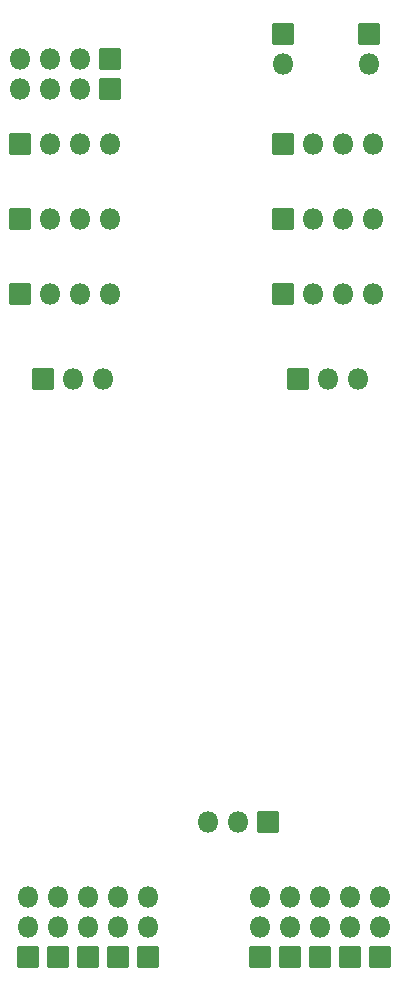
<source format=gbr>
%TF.GenerationSoftware,KiCad,Pcbnew,7.0.10*%
%TF.CreationDate,2024-02-19T04:42:38+05:30*%
%TF.ProjectId,breakout,62726561-6b6f-4757-942e-6b696361645f,rev?*%
%TF.SameCoordinates,Original*%
%TF.FileFunction,Soldermask,Bot*%
%TF.FilePolarity,Negative*%
%FSLAX46Y46*%
G04 Gerber Fmt 4.6, Leading zero omitted, Abs format (unit mm)*
G04 Created by KiCad (PCBNEW 7.0.10) date 2024-02-19 04:42:38*
%MOMM*%
%LPD*%
G01*
G04 APERTURE LIST*
G04 Aperture macros list*
%AMRoundRect*
0 Rectangle with rounded corners*
0 $1 Rounding radius*
0 $2 $3 $4 $5 $6 $7 $8 $9 X,Y pos of 4 corners*
0 Add a 4 corners polygon primitive as box body*
4,1,4,$2,$3,$4,$5,$6,$7,$8,$9,$2,$3,0*
0 Add four circle primitives for the rounded corners*
1,1,$1+$1,$2,$3*
1,1,$1+$1,$4,$5*
1,1,$1+$1,$6,$7*
1,1,$1+$1,$8,$9*
0 Add four rect primitives between the rounded corners*
20,1,$1+$1,$2,$3,$4,$5,0*
20,1,$1+$1,$4,$5,$6,$7,0*
20,1,$1+$1,$6,$7,$8,$9,0*
20,1,$1+$1,$8,$9,$2,$3,0*%
G04 Aperture macros list end*
%ADD10RoundRect,0.050000X0.850000X-0.850000X0.850000X0.850000X-0.850000X0.850000X-0.850000X-0.850000X0*%
%ADD11O,1.800000X1.800000*%
%ADD12RoundRect,0.050000X-0.850000X0.850000X-0.850000X-0.850000X0.850000X-0.850000X0.850000X0.850000X0*%
%ADD13RoundRect,0.050000X0.850000X0.850000X-0.850000X0.850000X-0.850000X-0.850000X0.850000X-0.850000X0*%
G04 APERTURE END LIST*
D10*
%TO.C,J17*%
X153310000Y-60325000D03*
D11*
X153310000Y-62865000D03*
%TD*%
D10*
%TO.C,J18*%
X146050000Y-60325000D03*
D11*
X146050000Y-62865000D03*
%TD*%
D12*
%TO.C,J27*%
X131435000Y-64933333D03*
D11*
X128895000Y-64933333D03*
X126355000Y-64933333D03*
X123815000Y-64933333D03*
%TD*%
D12*
%TO.C,J26*%
X131435000Y-62393333D03*
D11*
X128895000Y-62393333D03*
X126355000Y-62393333D03*
X123815000Y-62393333D03*
%TD*%
D10*
%TO.C,J32*%
X146050000Y-69600000D03*
D11*
X148590000Y-69600000D03*
X151130000Y-69600000D03*
X153670000Y-69600000D03*
%TD*%
%TO.C,J20*%
X152415000Y-89535000D03*
X149875000Y-89535000D03*
D10*
X147335000Y-89535000D03*
%TD*%
D11*
%TO.C,J8*%
X134620000Y-133350000D03*
X134620000Y-135890000D03*
D13*
X134620000Y-138430000D03*
%TD*%
D11*
%TO.C,J5*%
X127000000Y-133350000D03*
X127000000Y-135890000D03*
D13*
X127000000Y-138430000D03*
%TD*%
D11*
%TO.C,J10*%
X146685000Y-133350000D03*
X146685000Y-135890000D03*
D13*
X146685000Y-138430000D03*
%TD*%
D11*
%TO.C,J4*%
X124460000Y-133350000D03*
X124460000Y-135890000D03*
D13*
X124460000Y-138430000D03*
%TD*%
D11*
%TO.C,J7*%
X132080000Y-133350000D03*
X132080000Y-135890000D03*
D13*
X132080000Y-138430000D03*
%TD*%
D11*
%TO.C,J31*%
X153670000Y-75950000D03*
X151130000Y-75950000D03*
X148590000Y-75950000D03*
D10*
X146050000Y-75950000D03*
%TD*%
D11*
%TO.C,J14*%
X139685000Y-127000000D03*
X142225000Y-127000000D03*
D12*
X144765000Y-127000000D03*
%TD*%
D11*
%TO.C,J24*%
X131455000Y-75950000D03*
X128915000Y-75950000D03*
X126375000Y-75950000D03*
D10*
X123835000Y-75950000D03*
%TD*%
D11*
%TO.C,J11*%
X149225000Y-133350000D03*
X149225000Y-135890000D03*
D13*
X149225000Y-138430000D03*
%TD*%
D11*
%TO.C,J25*%
X131445000Y-69600000D03*
X128905000Y-69600000D03*
X126365000Y-69600000D03*
D10*
X123825000Y-69600000D03*
%TD*%
D11*
%TO.C,J13*%
X154305000Y-133350000D03*
X154305000Y-135890000D03*
D13*
X154305000Y-138430000D03*
%TD*%
D11*
%TO.C,J9*%
X144145000Y-133350000D03*
X144145000Y-135890000D03*
D13*
X144145000Y-138430000D03*
%TD*%
D11*
%TO.C,J12*%
X151765000Y-133350000D03*
X151765000Y-135890000D03*
D13*
X151765000Y-138430000D03*
%TD*%
D11*
%TO.C,J23*%
X131445000Y-82300000D03*
X128905000Y-82300000D03*
X126365000Y-82300000D03*
D10*
X123825000Y-82300000D03*
%TD*%
D11*
%TO.C,J30*%
X153670000Y-82300000D03*
X151130000Y-82300000D03*
X148590000Y-82300000D03*
D10*
X146050000Y-82300000D03*
%TD*%
D11*
%TO.C,J6*%
X129540000Y-133350000D03*
X129540000Y-135890000D03*
D13*
X129540000Y-138430000D03*
%TD*%
D11*
%TO.C,J22*%
X130810000Y-89535000D03*
X128270000Y-89535000D03*
D10*
X125730000Y-89535000D03*
%TD*%
M02*

</source>
